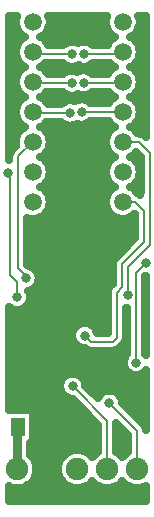
<source format=gbr>
G04 DipTrace 3.0.0.1*
G04 Bottom.gbr*
%MOIN*%
G04 #@! TF.FileFunction,Copper,L2,Bot*
G04 #@! TF.Part,Single*
G04 #@! TA.AperFunction,Conductor*
%ADD10C,0.01*%
G04 #@! TA.AperFunction,CopperBalancing*
%ADD14C,0.025*%
G04 #@! TA.AperFunction,Conductor*
%ADD15C,0.02*%
%ADD16C,0.014*%
%ADD17C,0.03*%
%ADD18C,0.007*%
G04 #@! TA.AperFunction,ComponentPad*
%ADD19C,0.059055*%
%ADD20R,0.051181X0.059055*%
G04 #@! TA.AperFunction,ComponentPad*
%ADD22C,0.074803*%
G04 #@! TA.AperFunction,ViaPad*
%ADD23C,0.031496*%
%FSLAX26Y26*%
G04*
G70*
G90*
G75*
G01*
G04 Bottom*
%LPD*%
X558005Y537271D2*
D14*
Y592651D1*
X531628Y619029D1*
Y676903D1*
X533465Y678740D1*
X809580Y1327691D2*
D15*
X509580D1*
X512467D1*
Y1219948D1*
X525460Y1206956D1*
Y942126D1*
Y803412D1*
Y747244D1*
X533465Y739239D1*
Y678740D1*
X615355Y941995D2*
D16*
Y942126D1*
X525460D1*
X553150Y803412D2*
D10*
X525460D1*
X458005Y537271D2*
D17*
Y678084D1*
X458662Y678740D1*
X809580Y1427691D2*
D18*
X850131D1*
X879397Y1398425D1*
Y1293439D1*
X806562Y1220604D1*
Y1142782D1*
X788845Y1125066D1*
Y974016D1*
X777166Y962336D1*
X702887D1*
X682809Y982415D1*
X672047Y1727428D2*
X809318D1*
X809580Y1727691D1*
X634515Y1724541D2*
X506431D1*
X509580Y1727691D1*
X678609Y1824410D2*
X812861D1*
X809580Y1827691D1*
X639370Y1823753D2*
X505643D1*
X509580Y1827691D1*
X680315Y1920866D2*
X802756D1*
X809580Y1927691D1*
X641470Y1919554D2*
X509580D1*
Y1927691D1*
X858005Y537271D2*
Y664042D1*
X765092Y756956D1*
X458005Y1110105D2*
Y1161680D1*
X433990Y1185696D1*
Y1518242D1*
X428215Y1524016D1*
X758005Y537271D2*
Y698294D1*
X642126Y814173D1*
X487008Y1173229D2*
Y1181103D1*
X461680Y1206431D1*
Y1579790D1*
X509580Y1627691D1*
X854331Y891995D2*
Y1191732D1*
X885565Y1222966D1*
X825460Y1116798D2*
Y1211155D1*
X898688Y1284383D1*
Y1589633D1*
X862074Y1626247D1*
X811024D1*
X809580Y1627691D1*
D23*
X615355Y941995D3*
X553150Y803412D3*
X682809Y982415D3*
X672047Y1727428D3*
X634515Y1724541D3*
X678609Y1824410D3*
X639370Y1823753D3*
X680315Y1920866D3*
X641470Y1919554D3*
X765092Y756956D3*
X458005Y1110105D3*
X428215Y1524016D3*
X642126Y814173D3*
X487008Y1173229D3*
X854331Y891995D3*
X885565Y1222966D3*
X825460Y1116798D3*
X433725Y2024246D2*
D14*
X451116D1*
X568003D2*
X751137D1*
X868003D2*
X885220D1*
X433725Y1999377D2*
X458755D1*
X560434D2*
X758755D1*
X860434D2*
X885220D1*
X433725Y1974508D2*
X476284D1*
X542856D2*
X776284D1*
X842856D2*
X885220D1*
X433725Y1949639D2*
X455532D1*
X563608D2*
X609292D1*
X863608D2*
X885220D1*
X433725Y1924771D2*
X451116D1*
X868052D2*
X885220D1*
X433725Y1899902D2*
X458413D1*
X860727D2*
X885220D1*
X433725Y1875033D2*
X477114D1*
X542026D2*
X777114D1*
X842026D2*
X885220D1*
X433725Y1850164D2*
X455776D1*
X863413D2*
X885220D1*
X433725Y1825296D2*
X451116D1*
X868052D2*
X885220D1*
X433725Y1800427D2*
X458120D1*
X861020D2*
X885220D1*
X433725Y1775558D2*
X477944D1*
X541196D2*
X777944D1*
X841196D2*
X885220D1*
X433725Y1750689D2*
X455971D1*
X863169D2*
X885220D1*
X433725Y1725820D2*
X451116D1*
X868100D2*
X885220D1*
X433725Y1700952D2*
X457827D1*
X861313D2*
X885220D1*
X433725Y1676083D2*
X478823D1*
X540317D2*
X778823D1*
X840317D2*
X885220D1*
X433725Y1651214D2*
X456216D1*
X562925D2*
X756216D1*
X433725Y1626345D2*
X451116D1*
X568100D2*
X751089D1*
X561606Y1601477D2*
X757583D1*
X539389Y1576608D2*
X779751D1*
X839389D2*
X866177D1*
X562680Y1551739D2*
X756460D1*
X568100Y1526870D2*
X751040D1*
X561850Y1502002D2*
X757290D1*
X538413Y1477133D2*
X780727D1*
X838413D2*
X866177D1*
X562436Y1452264D2*
X756753D1*
X568100Y1427395D2*
X751040D1*
X562143Y1402526D2*
X757046D1*
X537290Y1377658D2*
X781850D1*
X837290D2*
X846885D1*
X494175Y1352789D2*
X846889D1*
X494175Y1327920D2*
X846889D1*
X494175Y1303051D2*
X844106D1*
X494175Y1278183D2*
X819204D1*
X494175Y1253314D2*
X794350D1*
X494175Y1228445D2*
X775112D1*
X518882Y1203576D2*
X774038D1*
X531382Y1178708D2*
X774038D1*
X527036Y1153839D2*
X772671D1*
X498325Y1128970D2*
X756606D1*
X502329Y1104101D2*
X756362D1*
X489341Y1079233D2*
X756362D1*
X433725Y1054364D2*
X756362D1*
X433725Y1029495D2*
X756362D1*
X433725Y1004626D2*
X644350D1*
X721225D2*
X756362D1*
X433725Y979757D2*
X638149D1*
X433725Y954889D2*
X648257D1*
X433725Y930020D2*
X821841D1*
X433725Y905151D2*
X811684D1*
X433725Y880282D2*
X811245D1*
X433725Y855414D2*
X630434D1*
X653839D2*
X830679D1*
X433725Y830545D2*
X600698D1*
X683579D2*
X885220D1*
X433725Y805676D2*
X598257D1*
X695542D2*
X885220D1*
X433725Y780807D2*
X613735D1*
X802475D2*
X885220D1*
X433725Y755939D2*
X655434D1*
X811020D2*
X885220D1*
X513266Y731070D2*
X680288D1*
X835923D2*
X885220D1*
X513266Y706201D2*
X705190D1*
X860776D2*
X885220D1*
X513266Y681332D2*
X725503D1*
X513266Y656463D2*
X725503D1*
X790512D2*
X820669D1*
X513266Y631595D2*
X725503D1*
X790512D2*
X825503D1*
X501987Y606726D2*
X725503D1*
X790512D2*
X825503D1*
X506284Y581857D2*
X609731D1*
X521274Y556988D2*
X594741D1*
X524204Y532120D2*
X591811D1*
X516929Y507251D2*
X599087D1*
X493247Y482382D2*
X622768D1*
X693247D2*
X722768D1*
X793247D2*
X822768D1*
X433725Y457513D2*
X885220D1*
X433725Y432645D2*
X885220D1*
X565435Y2023295D2*
X564060Y2014611D1*
X561343Y2006250D1*
X557352Y1998416D1*
X552184Y1991304D1*
X545967Y1985087D1*
X538855Y1979919D1*
X535016Y1977611D1*
X542512Y1973018D1*
X549198Y1967308D1*
X554908Y1960623D1*
X559501Y1953126D1*
X561149Y1949553D1*
X611680Y1949554D1*
X616637Y1953733D1*
X622290Y1957197D1*
X628415Y1959734D1*
X634861Y1961282D1*
X641470Y1961802D1*
X648079Y1961282D1*
X654525Y1959734D1*
X659603Y1957680D1*
X667260Y1961047D1*
X673706Y1962594D1*
X680315Y1963114D1*
X686924Y1962594D1*
X693371Y1961047D1*
X699495Y1958510D1*
X705148Y1955046D1*
X710046Y1950872D1*
X758587Y1950866D1*
X761809Y1956965D1*
X766977Y1964077D1*
X773193Y1970294D1*
X780306Y1975462D1*
X784144Y1977770D1*
X776648Y1982363D1*
X769963Y1988073D1*
X764253Y1994758D1*
X759659Y2002255D1*
X756295Y2010377D1*
X754242Y2018926D1*
X753553Y2027691D1*
X754242Y2036455D1*
X756295Y2045004D1*
X757812Y2049115D1*
X561379Y2049114D1*
X564060Y2040770D1*
X565435Y2032086D1*
Y2023295D1*
X484316Y1977690D2*
X476648Y1982363D1*
X469963Y1988073D1*
X464253Y1994758D1*
X459659Y2002255D1*
X456295Y2010377D1*
X454242Y2018926D1*
X453553Y2027691D1*
X454242Y2036455D1*
X456295Y2045004D1*
X457812Y2049115D1*
X431203Y2049114D1*
X431201Y1566155D1*
X431672Y1566117D1*
X431772Y1582144D1*
X433148Y1589061D1*
X436101Y1595465D1*
X440467Y1601004D1*
X454933Y1615470D1*
X453725Y1623295D1*
Y1632086D1*
X455101Y1640770D1*
X457818Y1649131D1*
X461809Y1656965D1*
X466977Y1664077D1*
X473193Y1670294D1*
X480306Y1675462D1*
X484144Y1677770D1*
X476648Y1682363D1*
X469963Y1688073D1*
X464253Y1694758D1*
X459659Y1702255D1*
X456295Y1710377D1*
X454242Y1718926D1*
X453553Y1727691D1*
X454242Y1736455D1*
X456295Y1745004D1*
X459659Y1753126D1*
X464253Y1760623D1*
X469963Y1767308D1*
X476648Y1773018D1*
X484316Y1777691D1*
X476648Y1782363D1*
X469963Y1788073D1*
X464253Y1794758D1*
X459659Y1802255D1*
X456295Y1810377D1*
X454242Y1818926D1*
X453553Y1827691D1*
X454242Y1836455D1*
X456295Y1845004D1*
X459659Y1853126D1*
X464253Y1860623D1*
X469963Y1867308D1*
X476648Y1873018D1*
X484316Y1877691D1*
X476648Y1882363D1*
X469963Y1888073D1*
X464253Y1894758D1*
X459659Y1902255D1*
X456295Y1910377D1*
X454242Y1918926D1*
X453553Y1927691D1*
X454242Y1936455D1*
X456295Y1945004D1*
X459659Y1953126D1*
X464253Y1960623D1*
X469963Y1967308D1*
X476648Y1973018D1*
X484316Y1977691D1*
X550563Y1889549D2*
X545967Y1885087D1*
X538855Y1879919D1*
X535016Y1877611D1*
X542512Y1873018D1*
X549198Y1867308D1*
X554908Y1860623D1*
X559157Y1853741D1*
X609598Y1853754D1*
X614538Y1857933D1*
X620190Y1861397D1*
X626315Y1863934D1*
X632761Y1865481D1*
X639370Y1866002D1*
X645979Y1865481D1*
X652426Y1863934D1*
X658350Y1861489D1*
X665554Y1864590D1*
X672000Y1866138D1*
X678609Y1866658D1*
X685218Y1866138D1*
X691664Y1864590D1*
X697789Y1862053D1*
X703442Y1858589D1*
X708340Y1854415D1*
X760299Y1854410D1*
X764253Y1860623D1*
X769963Y1867308D1*
X776648Y1873018D1*
X784316Y1877691D1*
X776648Y1882363D1*
X769963Y1888073D1*
X767385Y1890862D1*
X710032Y1890866D1*
X705148Y1886687D1*
X699495Y1883223D1*
X693371Y1880686D1*
X686924Y1879138D1*
X680315Y1878618D1*
X673706Y1879138D1*
X667260Y1880686D1*
X662182Y1882740D1*
X654525Y1879374D1*
X648079Y1877826D1*
X641470Y1877306D1*
X634861Y1877826D1*
X628415Y1879374D1*
X622290Y1881911D1*
X616637Y1885375D1*
X611739Y1889548D1*
X550601Y1889554D1*
X554110Y1793746D2*
X549198Y1788073D1*
X542512Y1782363D1*
X534845Y1777690D1*
X542512Y1773018D1*
X549198Y1767308D1*
X554908Y1760623D1*
X558703Y1754551D1*
X604722Y1754541D1*
X609682Y1758720D1*
X615334Y1762184D1*
X621459Y1764721D1*
X627906Y1766269D1*
X634515Y1766789D1*
X641124Y1766269D1*
X647570Y1764721D1*
X650378Y1763685D1*
X655880Y1766460D1*
X662185Y1768509D1*
X668733Y1769546D1*
X675362D1*
X681910Y1768509D1*
X688215Y1766460D1*
X694122Y1763450D1*
X699485Y1759554D1*
X701779Y1757434D1*
X762135Y1757428D1*
X766977Y1764077D1*
X773193Y1770294D1*
X780306Y1775462D1*
X784144Y1777770D1*
X776648Y1782363D1*
X769963Y1788073D1*
X764519Y1794421D1*
X708320Y1794410D1*
X703442Y1790230D1*
X697789Y1786766D1*
X691664Y1784229D1*
X685218Y1782682D1*
X678609Y1782162D1*
X672000Y1782682D1*
X665554Y1784229D1*
X659629Y1786674D1*
X652426Y1783573D1*
X645979Y1782026D1*
X639370Y1781505D1*
X632761Y1782026D1*
X626315Y1783573D1*
X620190Y1786110D1*
X614538Y1789574D1*
X609639Y1793748D1*
X554165Y1793753D1*
X554727Y1694529D2*
X549198Y1688073D1*
X542512Y1682363D1*
X534845Y1677690D1*
X542512Y1673018D1*
X549198Y1667308D1*
X554908Y1660623D1*
X559501Y1653126D1*
X562866Y1645004D1*
X564918Y1636455D1*
X565608Y1627691D1*
X564918Y1618926D1*
X562866Y1610377D1*
X559501Y1602255D1*
X554908Y1594758D1*
X549198Y1588073D1*
X542512Y1582363D1*
X534845Y1577690D1*
X542512Y1573018D1*
X549198Y1567308D1*
X554908Y1560623D1*
X559501Y1553126D1*
X562866Y1545004D1*
X564918Y1536455D1*
X565608Y1527691D1*
X564918Y1518926D1*
X562866Y1510377D1*
X559501Y1502255D1*
X554908Y1494758D1*
X549198Y1488073D1*
X542512Y1482363D1*
X534845Y1477690D1*
X542512Y1473018D1*
X549198Y1467308D1*
X554908Y1460623D1*
X559501Y1453126D1*
X562866Y1445004D1*
X564918Y1436455D1*
X565608Y1427691D1*
X564918Y1418926D1*
X562866Y1410377D1*
X559501Y1402255D1*
X554908Y1394758D1*
X549198Y1388073D1*
X542512Y1382363D1*
X535016Y1377770D1*
X526894Y1374405D1*
X518345Y1372353D1*
X509580Y1371663D1*
X500816Y1372353D1*
X491670Y1374625D1*
X491732Y1218805D1*
X496048Y1214489D1*
X503176Y1212261D1*
X509083Y1209251D1*
X514446Y1205354D1*
X519134Y1200666D1*
X523030Y1195303D1*
X526040Y1189396D1*
X528089Y1183091D1*
X529126Y1176543D1*
Y1169914D1*
X528089Y1163366D1*
X526040Y1157061D1*
X523030Y1151154D1*
X519134Y1145791D1*
X514446Y1141103D1*
X509083Y1137206D1*
X503176Y1134196D1*
X496871Y1132148D1*
X494342Y1131645D1*
X497038Y1126273D1*
X499086Y1119968D1*
X500123Y1113420D1*
Y1106790D1*
X499086Y1100243D1*
X497038Y1093938D1*
X494028Y1088031D1*
X490131Y1082667D1*
X485443Y1077980D1*
X480080Y1074083D1*
X474173Y1071073D1*
X467868Y1069024D1*
X461320Y1067987D1*
X454691D1*
X448143Y1069024D1*
X441838Y1071073D1*
X435931Y1074083D1*
X431209Y1077474D1*
X431201Y734808D1*
X510752Y734768D1*
Y622713D1*
X499473D1*
X499506Y585862D1*
X506597Y578771D1*
X512491Y570659D1*
X517043Y561725D1*
X520141Y552188D1*
X521710Y542284D1*
Y532257D1*
X520141Y522353D1*
X517043Y512816D1*
X512491Y503882D1*
X506597Y495770D1*
X499506Y488679D1*
X491394Y482786D1*
X482460Y478233D1*
X472923Y475135D1*
X463019Y473566D1*
X452992D1*
X443088Y475135D1*
X433551Y478233D1*
X431184Y479325D1*
X431201Y431194D1*
X887695Y431201D1*
X887697Y480664D1*
X877752Y476497D1*
X868002Y474156D1*
X858005Y473369D1*
X848009Y474156D1*
X838259Y476497D1*
X828995Y480334D1*
X820445Y485573D1*
X812820Y492085D1*
X808043Y497509D1*
X803191Y492085D1*
X795566Y485573D1*
X787016Y480334D1*
X777752Y476497D1*
X768002Y474156D1*
X758005Y473369D1*
X748009Y474156D1*
X738259Y476497D1*
X728995Y480334D1*
X720445Y485573D1*
X712820Y492085D1*
X708043Y497509D1*
X703191Y492085D1*
X695566Y485573D1*
X687016Y480334D1*
X677752Y476497D1*
X668002Y474156D1*
X658005Y473369D1*
X648009Y474156D1*
X638259Y476497D1*
X628995Y480334D1*
X620445Y485573D1*
X612820Y492085D1*
X606308Y499710D1*
X601069Y508260D1*
X597231Y517524D1*
X594891Y527274D1*
X594104Y537271D1*
X594891Y547267D1*
X597231Y557017D1*
X601069Y566281D1*
X606308Y574831D1*
X612820Y582456D1*
X620445Y588968D1*
X628995Y594207D1*
X638259Y598045D1*
X648009Y600385D1*
X658005Y601172D1*
X668002Y600385D1*
X677752Y598045D1*
X687016Y594207D1*
X695566Y588968D1*
X703191Y582456D1*
X707968Y577032D1*
X712820Y582456D1*
X720445Y588968D1*
X728020Y593661D1*
X727953Y685920D1*
X641947Y771926D1*
X635517Y772446D1*
X629071Y773993D1*
X622946Y776530D1*
X617293Y779994D1*
X612252Y784300D1*
X607947Y789341D1*
X604483Y794993D1*
X601946Y801118D1*
X600398Y807564D1*
X599878Y814173D1*
X600398Y820782D1*
X601946Y827229D1*
X604483Y833354D1*
X607947Y839006D1*
X612252Y844047D1*
X617293Y848353D1*
X622946Y851817D1*
X629071Y854354D1*
X635517Y855901D1*
X642126Y856421D1*
X648735Y855901D1*
X655182Y854354D1*
X661306Y851817D1*
X666959Y848353D1*
X672000Y844047D1*
X676306Y839006D1*
X679769Y833354D1*
X682306Y827229D1*
X683854Y820782D1*
X684367Y814368D1*
X725936Y772790D1*
X729070Y779030D1*
X732966Y784393D1*
X737654Y789081D1*
X743018Y792978D1*
X748924Y795988D1*
X755229Y798036D1*
X761777Y799073D1*
X768407D1*
X774955Y798036D1*
X781260Y795988D1*
X787167Y792978D1*
X792530Y789081D1*
X797218Y784393D1*
X801114Y779030D1*
X804124Y773123D1*
X806173Y766818D1*
X807210Y760270D1*
X807332Y757150D1*
X880818Y683526D1*
X884736Y677662D1*
X887177Y671046D1*
X887697Y668701D1*
Y866113D1*
X881769Y859869D1*
X876405Y855973D1*
X870499Y852963D1*
X864194Y850914D1*
X857646Y849877D1*
X851016D1*
X844468Y850914D1*
X838163Y852963D1*
X832256Y855973D1*
X826893Y859869D1*
X822205Y864557D1*
X818309Y869920D1*
X815299Y875827D1*
X813250Y882132D1*
X812213Y888680D1*
Y895310D1*
X813250Y901858D1*
X815299Y908163D1*
X818309Y914069D1*
X822205Y919433D1*
X824325Y921726D1*
X824331Y1074563D1*
X818845Y1075066D1*
X818753Y971662D1*
X817377Y964745D1*
X814425Y958341D1*
X810059Y952803D1*
X796649Y939524D1*
X790785Y935606D1*
X784169Y933165D1*
X777166Y932336D1*
X700534Y932429D1*
X693617Y933804D1*
X687212Y936757D1*
X683397Y939530D1*
X672946Y941334D1*
X666641Y943383D1*
X660734Y946393D1*
X655371Y950289D1*
X650683Y954977D1*
X646786Y960340D1*
X643777Y966247D1*
X641728Y972552D1*
X640691Y979100D1*
Y985730D1*
X641728Y992278D1*
X643777Y998583D1*
X646786Y1004489D1*
X650683Y1009853D1*
X655371Y1014541D1*
X660734Y1018437D1*
X666641Y1021447D1*
X672946Y1023496D1*
X679494Y1024533D1*
X686123D1*
X692671Y1023496D1*
X698976Y1021447D1*
X704883Y1018437D1*
X710247Y1014541D1*
X714934Y1009853D1*
X718831Y1004489D1*
X721841Y998583D1*
X723872Y992340D1*
X758893Y992336D1*
X758938Y1127420D1*
X760314Y1134336D1*
X763266Y1140741D1*
X767632Y1146279D1*
X776562Y1155282D1*
X776654Y1222958D1*
X778030Y1229874D1*
X780983Y1236279D1*
X785349Y1241817D1*
X849396Y1305939D1*
X849344Y1386051D1*
X848274Y1387121D1*
X842512Y1382363D1*
X835016Y1377770D1*
X826894Y1374405D1*
X818345Y1372353D1*
X809580Y1371663D1*
X800816Y1372353D1*
X792267Y1374405D1*
X784144Y1377770D1*
X776648Y1382363D1*
X769963Y1388073D1*
X764253Y1394758D1*
X759659Y1402255D1*
X756295Y1410377D1*
X754242Y1418926D1*
X753553Y1427691D1*
X754242Y1436455D1*
X756295Y1445004D1*
X759659Y1453126D1*
X764253Y1460623D1*
X769963Y1467308D1*
X776648Y1473018D1*
X784316Y1477691D1*
X776648Y1482363D1*
X769963Y1488073D1*
X764253Y1494758D1*
X759659Y1502255D1*
X756295Y1510377D1*
X754242Y1518926D1*
X753553Y1527691D1*
X754242Y1536455D1*
X756295Y1545004D1*
X759659Y1553126D1*
X764253Y1560623D1*
X769963Y1567308D1*
X776648Y1573018D1*
X784316Y1577691D1*
X776648Y1582363D1*
X769963Y1588073D1*
X764253Y1594758D1*
X759659Y1602255D1*
X756295Y1610377D1*
X754242Y1618926D1*
X753553Y1627691D1*
X754242Y1636455D1*
X756295Y1645004D1*
X759659Y1653126D1*
X764253Y1660623D1*
X769963Y1667308D1*
X776648Y1673018D1*
X784316Y1677691D1*
X776648Y1682363D1*
X769963Y1688073D1*
X764253Y1694758D1*
X762468Y1697430D1*
X701749Y1697428D1*
X696880Y1693249D1*
X691228Y1689785D1*
X685103Y1687248D1*
X678657Y1685700D1*
X672047Y1685180D1*
X665438Y1685700D1*
X658992Y1687248D1*
X656184Y1688284D1*
X650682Y1685509D1*
X644377Y1683460D1*
X637829Y1682423D1*
X631200D1*
X624652Y1683460D1*
X618347Y1685509D1*
X612440Y1688519D1*
X607077Y1692415D1*
X604784Y1694535D1*
X554778Y1694541D1*
X834845Y1477691D2*
X842512Y1473018D1*
X849198Y1467308D1*
X854908Y1460623D1*
X857461Y1456770D1*
X863751Y1454421D1*
X867772Y1451955D1*
X868688Y1459383D1*
X868636Y1577258D1*
X853271Y1592623D1*
X845967Y1585087D1*
X838855Y1579919D1*
X835016Y1577611D1*
X842512Y1573018D1*
X849198Y1567308D1*
X854908Y1560623D1*
X859501Y1553126D1*
X862866Y1545004D1*
X864918Y1536455D1*
X865608Y1527691D1*
X864918Y1518926D1*
X862866Y1510377D1*
X859501Y1502255D1*
X854908Y1494758D1*
X849198Y1488073D1*
X842512Y1482363D1*
X834845Y1477690D1*
Y1677691D2*
X842512Y1673018D1*
X849198Y1667308D1*
X854908Y1660623D1*
X857746Y1656260D1*
X866767Y1655878D1*
X873554Y1653963D1*
X879707Y1650517D1*
X887672Y1643075D1*
X887697Y2049121D1*
X861379Y2049114D1*
X864060Y2040770D1*
X865435Y2032086D1*
Y2023295D1*
X864060Y2014611D1*
X861343Y2006250D1*
X857352Y1998416D1*
X852184Y1991304D1*
X845967Y1985087D1*
X838855Y1979919D1*
X835016Y1977611D1*
X842512Y1973018D1*
X849198Y1967308D1*
X854908Y1960623D1*
X859501Y1953126D1*
X862866Y1945004D1*
X864918Y1936455D1*
X865608Y1927691D1*
X864918Y1918926D1*
X862866Y1910377D1*
X859501Y1902255D1*
X854908Y1894758D1*
X849198Y1888073D1*
X842512Y1882363D1*
X834845Y1877690D1*
X842512Y1873018D1*
X849198Y1867308D1*
X854908Y1860623D1*
X859501Y1853126D1*
X862866Y1845004D1*
X864918Y1836455D1*
X865608Y1827691D1*
X864918Y1818926D1*
X862866Y1810377D1*
X859501Y1802255D1*
X854908Y1794758D1*
X849198Y1788073D1*
X842512Y1782363D1*
X834845Y1777690D1*
X842512Y1773018D1*
X849198Y1767308D1*
X854908Y1760623D1*
X859501Y1753126D1*
X862866Y1745004D1*
X864918Y1736455D1*
X865608Y1727691D1*
X864918Y1718926D1*
X862866Y1710377D1*
X859501Y1702255D1*
X854908Y1694758D1*
X849198Y1688073D1*
X842512Y1682363D1*
X834845Y1677690D1*
X787991Y593661D2*
X795566Y588968D1*
X803191Y582456D1*
X807968Y577032D1*
X812820Y582456D1*
X820445Y588968D1*
X828020Y593661D1*
X827953Y651668D1*
X788006Y691615D1*
Y593656D1*
X884331Y1179281D2*
Y921762D1*
X887700Y917856D1*
X887697Y1180762D1*
D19*
X509580Y2027691D3*
Y1927691D3*
Y1827691D3*
Y1727691D3*
Y1627691D3*
Y1527691D3*
Y1427691D3*
Y1327691D3*
X809580D3*
Y1427691D3*
Y1527691D3*
Y1627691D3*
Y1727691D3*
Y1827691D3*
Y1927691D3*
Y2027691D3*
D20*
X458662Y678740D3*
X533465D3*
D22*
X458005Y537271D3*
X558005D3*
X658005D3*
X758005D3*
X858005D3*
M02*

</source>
